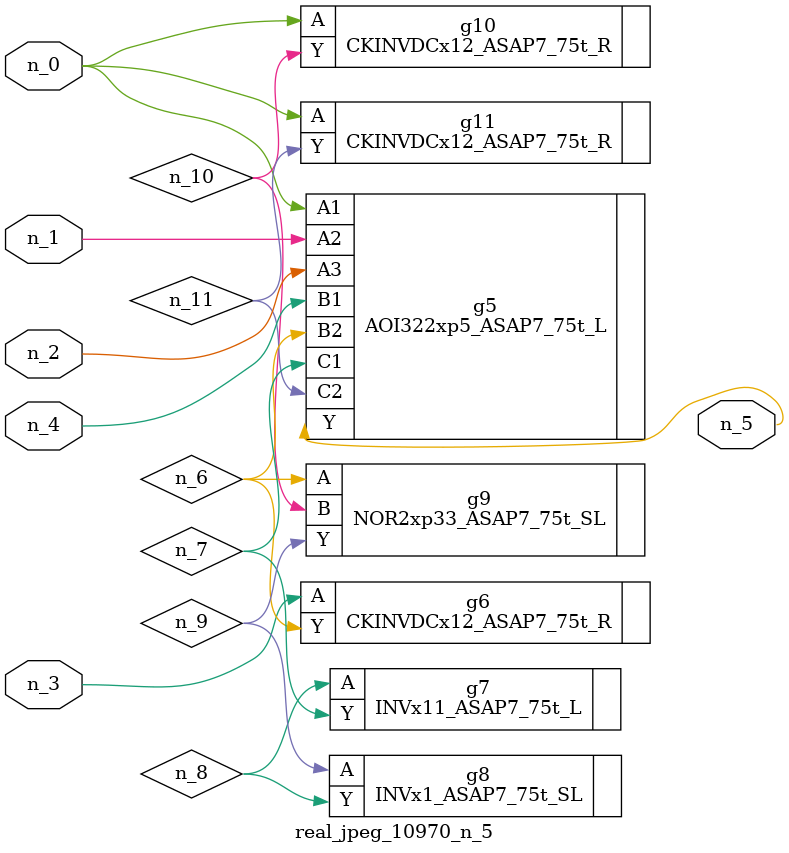
<source format=v>
module real_jpeg_10970_n_5 (n_4, n_0, n_1, n_2, n_3, n_5);

input n_4;
input n_0;
input n_1;
input n_2;
input n_3;

output n_5;

wire n_8;
wire n_11;
wire n_6;
wire n_7;
wire n_10;
wire n_9;

AOI322xp5_ASAP7_75t_L g5 ( 
.A1(n_0),
.A2(n_1),
.A3(n_2),
.B1(n_4),
.B2(n_6),
.C1(n_7),
.C2(n_11),
.Y(n_5)
);

CKINVDCx12_ASAP7_75t_R g10 ( 
.A(n_0),
.Y(n_10)
);

CKINVDCx12_ASAP7_75t_R g11 ( 
.A(n_0),
.Y(n_11)
);

CKINVDCx12_ASAP7_75t_R g6 ( 
.A(n_3),
.Y(n_6)
);

NOR2xp33_ASAP7_75t_SL g9 ( 
.A(n_6),
.B(n_10),
.Y(n_9)
);

INVx11_ASAP7_75t_L g7 ( 
.A(n_8),
.Y(n_7)
);

INVx1_ASAP7_75t_SL g8 ( 
.A(n_9),
.Y(n_8)
);


endmodule
</source>
